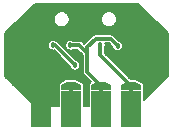
<source format=gbl>
G04 DipTrace 2.4.0.2*
%INcardoid.gbl*%
%MOMM*%
%ADD13C,0.305*%
%ADD14C,0.152*%
%ADD20R,1.7X1.6*%
%ADD22R,1.7X2.032*%
%ADD24C,0.457*%
%FSLAX53Y53*%
G04*
G71*
G90*
G75*
G01*
%LNBottom*%
%LPD*%
X16265Y17100D2*
D13*
X18790D1*
X18793Y17103D1*
X16265Y17100D2*
X14694D1*
X13909Y16315D1*
Y13835D1*
X13751Y13677D1*
X13810Y10000D2*
Y11270D1*
Y12433D1*
X16350Y10000D2*
Y11270D1*
Y12433D1*
X20266Y15838D2*
Y15850D1*
X19683Y16433D1*
X18408D1*
X17683Y15708D1*
Y15251D1*
Y13639D1*
X18890Y12433D1*
X16274Y15908D2*
X17026D1*
X17683Y15251D1*
X18890Y10000D2*
Y11270D1*
Y12433D1*
X18786Y15923D2*
Y15076D1*
X21430Y12433D1*
X14790Y15912D2*
X14944D1*
X16644Y14212D1*
X21430Y10000D2*
Y11270D1*
Y12433D1*
D24*
X16644Y14212D3*
X13751Y13677D3*
X16265Y17100D3*
X14790Y15912D3*
X16274Y15908D3*
X18793Y17103D3*
X18786Y15923D3*
X20266Y15838D3*
X13129Y19275D2*
D14*
X22109D1*
X12981Y19126D2*
X22259D1*
X12831Y18977D2*
X22407D1*
X12681Y18828D2*
X22557D1*
X12534Y18678D2*
X15149D1*
X15910D2*
X19149D1*
X19911D2*
X22707D1*
X12384Y18529D2*
X14982D1*
X16077D2*
X18983D1*
X20078D2*
X22855D1*
X12236Y18380D2*
X14892D1*
X16170D2*
X18890D1*
X20170D2*
X23005D1*
X12086Y18231D2*
X14844D1*
X16218D2*
X18842D1*
X20218D2*
X23152D1*
X11936Y18082D2*
X14830D1*
X16230D2*
X18830D1*
X20230D2*
X23302D1*
X11788Y17933D2*
X14851D1*
X16208D2*
X18852D1*
X20209D2*
X23452D1*
X11638Y17784D2*
X14908D1*
X16153D2*
X18909D1*
X20151D2*
X23600D1*
X11491Y17635D2*
X15013D1*
X16049D2*
X19014D1*
X20047D2*
X23750D1*
X11341Y17486D2*
X15213D1*
X15849D2*
X19214D1*
X19847D2*
X23898D1*
X11191Y17337D2*
X24048D1*
X11043Y17188D2*
X24198D1*
X10893Y17039D2*
X24345D1*
X10751Y16890D2*
X24488D1*
X10751Y16741D2*
X18159D1*
X19932D2*
X24488D1*
X10751Y16592D2*
X18004D1*
X20087D2*
X24488D1*
X10751Y16442D2*
X17854D1*
X20235D2*
X24488D1*
X10751Y16293D2*
X14513D1*
X15067D2*
X16001D1*
X17072D2*
X17706D1*
X20385D2*
X24488D1*
X10751Y16144D2*
X14375D1*
X15275D2*
X15861D1*
X17351D2*
X17556D1*
X20628D2*
X24488D1*
X10751Y15995D2*
X14320D1*
X15422D2*
X15804D1*
X19258D2*
X19559D1*
X20716D2*
X24488D1*
X10751Y15846D2*
X14315D1*
X15572D2*
X15799D1*
X19258D2*
X19707D1*
X20744D2*
X24488D1*
X10751Y15697D2*
X14365D1*
X15722D2*
X15847D1*
X19206D2*
X19809D1*
X20723D2*
X24488D1*
X10751Y15548D2*
X14489D1*
X15870D2*
X15968D1*
X19189D2*
X19890D1*
X20642D2*
X24488D1*
X10751Y15399D2*
X14894D1*
X16020D2*
X16973D1*
X19189D2*
X20104D1*
X20428D2*
X24488D1*
X10751Y15250D2*
X15044D1*
X16168D2*
X17121D1*
X19189D2*
X24488D1*
X10751Y15101D2*
X15194D1*
X16318D2*
X17271D1*
X19323D2*
X24488D1*
X10751Y14952D2*
X15342D1*
X16468D2*
X17280D1*
X19473D2*
X24488D1*
X10751Y14803D2*
X15492D1*
X16615D2*
X17280D1*
X19623D2*
X24488D1*
X10751Y14654D2*
X15639D1*
X16799D2*
X17280D1*
X19770D2*
X24488D1*
X10751Y14505D2*
X15789D1*
X17018D2*
X17280D1*
X19920D2*
X24488D1*
X10751Y14356D2*
X15939D1*
X17099D2*
X17280D1*
X20068D2*
X24488D1*
X10751Y14206D2*
X16087D1*
X17122D2*
X17280D1*
X20218D2*
X24488D1*
X10751Y14057D2*
X16192D1*
X17096D2*
X17280D1*
X20368D2*
X24488D1*
X10751Y13908D2*
X16280D1*
X17008D2*
X17280D1*
X20516D2*
X24488D1*
X10751Y13759D2*
X16532D1*
X16753D2*
X17280D1*
X20666D2*
X24488D1*
X10751Y13610D2*
X17283D1*
X20813D2*
X24488D1*
X10751Y13461D2*
X17325D1*
X20963D2*
X24488D1*
X10751Y13312D2*
X17449D1*
X21113D2*
X24488D1*
X10853Y13163D2*
X17597D1*
X21261D2*
X24388D1*
X11000Y13014D2*
X15913D1*
X16787D2*
X17747D1*
X21866D2*
X24238D1*
X11150Y12865D2*
X15623D1*
X17077D2*
X17894D1*
X22156D2*
X24090D1*
X11300Y12716D2*
X15342D1*
X17358D2*
X17883D1*
X22437D2*
X23940D1*
X11448Y12567D2*
X15254D1*
X17446D2*
X17794D1*
X22526D2*
X23790D1*
X11598Y12418D2*
X15251D1*
X17449D2*
X17790D1*
X22530D2*
X23643D1*
X11746Y12269D2*
X15251D1*
X17449D2*
X17790D1*
X22530D2*
X23493D1*
X11896Y12120D2*
X15251D1*
X17449D2*
X17790D1*
X22530D2*
X23345D1*
X12046Y11970D2*
X15251D1*
X17449D2*
X17790D1*
X22530D2*
X23195D1*
X12193Y11821D2*
X15251D1*
X17449D2*
X17790D1*
X22530D2*
X23045D1*
X12343Y11672D2*
X15251D1*
X17449D2*
X17790D1*
X22530D2*
X22897D1*
X12491Y11523D2*
X15251D1*
X17449D2*
X17790D1*
X22530D2*
X22747D1*
X12641Y11374D2*
X15251D1*
X17449D2*
X17790D1*
X12791Y11225D2*
X15251D1*
X17449D2*
X17790D1*
X12939Y11076D2*
X15251D1*
X17449D2*
X17790D1*
X13089Y10927D2*
X15251D1*
X17449D2*
X17790D1*
X13236Y10778D2*
X15251D1*
X17449D2*
X17790D1*
X16211Y18024D2*
X16198Y17949D1*
X16177Y17876D1*
X16148Y17805D1*
X16112Y17738D1*
X16068Y17676D1*
X16017Y17619D1*
X15961Y17568D1*
X15899Y17523D1*
X15833Y17486D1*
X15763Y17456D1*
X15690Y17434D1*
X15615Y17421D1*
X15539Y17415D1*
X15463Y17419D1*
X15388Y17430D1*
X15314Y17450D1*
X15243Y17478D1*
X15176Y17514D1*
X15113Y17557D1*
X15055Y17607D1*
X15003Y17662D1*
X14958Y17724D1*
X14920Y17789D1*
X14889Y17859D1*
X14866Y17932D1*
X14852Y18007D1*
X14846Y18083D1*
X14848Y18159D1*
X14859Y18234D1*
X14878Y18308D1*
X14905Y18379D1*
X14940Y18447D1*
X14982Y18510D1*
X15031Y18568D1*
X15086Y18621D1*
X15147Y18667D1*
X15212Y18706D1*
X15281Y18738D1*
X15354Y18761D1*
X15428Y18777D1*
X15504Y18784D1*
X15580Y18783D1*
X15656Y18773D1*
X15730Y18755D1*
X15801Y18729D1*
X15869Y18695D1*
X15933Y18653D1*
X15992Y18605D1*
X16046Y18551D1*
X16092Y18491D1*
X16132Y18426D1*
X16165Y18357D1*
X16189Y18285D1*
X16206Y18211D1*
X16215Y18100D1*
X16211Y18024D1*
X20211D2*
X20198Y17949D1*
X20177Y17876D1*
X20148Y17805D1*
X20112Y17738D1*
X20068Y17676D1*
X20017Y17619D1*
X19961Y17568D1*
X19899Y17523D1*
X19833Y17486D1*
X19763Y17456D1*
X19690Y17434D1*
X19615Y17420D1*
X19539Y17415D1*
X19463Y17419D1*
X19388Y17430D1*
X19314Y17450D1*
X19243Y17478D1*
X19176Y17514D1*
X19113Y17557D1*
X19055Y17607D1*
X19003Y17662D1*
X18958Y17724D1*
X18920Y17789D1*
X18889Y17859D1*
X18866Y17932D1*
X18852Y18007D1*
X18846Y18082D1*
X18848Y18159D1*
X18859Y18234D1*
X18878Y18308D1*
X18905Y18379D1*
X18940Y18447D1*
X18982Y18510D1*
X19031Y18568D1*
X19086Y18621D1*
X19147Y18667D1*
X19212Y18706D1*
X19281Y18738D1*
X19354Y18761D1*
X19428Y18777D1*
X19504Y18784D1*
X19580Y18783D1*
X19656Y18773D1*
X19730Y18755D1*
X19801Y18729D1*
X19869Y18695D1*
X19933Y18653D1*
X19992Y18605D1*
X20046Y18551D1*
X20092Y18491D1*
X20132Y18426D1*
X20165Y18357D1*
X20189Y18285D1*
X20206Y18211D1*
X20215Y18100D1*
X20211Y18024D1*
X17101Y14136D2*
X17082Y14063D1*
X17052Y13993D1*
X17010Y13929D1*
X16959Y13873D1*
X16899Y13826D1*
X16833Y13789D1*
X16761Y13764D1*
X16686Y13751D1*
X16610Y13750D1*
X16534Y13762D1*
X16462Y13786D1*
X16395Y13822D1*
X16334Y13868D1*
X16282Y13923D1*
X16239Y13986D1*
X16208Y14055D1*
X16191Y14117D1*
X14856Y15452D1*
X14756Y15450D1*
X14681Y15462D1*
X14608Y15486D1*
X14541Y15521D1*
X14480Y15567D1*
X14428Y15622D1*
X14386Y15686D1*
X14354Y15755D1*
X14334Y15828D1*
X14327Y15904D1*
X14332Y15980D1*
X14349Y16054D1*
X14378Y16124D1*
X14419Y16189D1*
X14469Y16246D1*
X14528Y16294D1*
X14594Y16332D1*
X14666Y16358D1*
X14740Y16372D1*
X14817Y16374D1*
X14892Y16364D1*
X14965Y16341D1*
X15032Y16307D1*
X15073Y16277D1*
X15160Y16233D1*
X15218Y16186D1*
X16739Y14665D1*
X16818Y14642D1*
X16886Y14607D1*
X16948Y14562D1*
X17001Y14508D1*
X17044Y14445D1*
X17077Y14376D1*
X17098Y14303D1*
X17107Y14212D1*
X17101Y14136D1*
X22515Y12000D2*
Y11274D1*
X24505Y13265D1*
X24504Y16509D1*
Y16896D1*
X21975Y19425D1*
X18731Y19424D1*
X13261D1*
X12909Y19069D1*
X10735Y16895D1*
X10736Y13651D1*
Y13264D1*
X13265Y10735D1*
X15264Y10736D1*
X15265Y11455D1*
X15268Y12305D1*
X15265Y12370D1*
Y12530D1*
X15278Y12605D1*
X15313Y12672D1*
X15370Y12725D1*
X15460Y12774D1*
X15918Y13009D1*
X15992Y13032D1*
X16101Y13035D1*
X16675D1*
X16752Y13021D1*
X16850Y12974D1*
X17307Y12739D1*
X17368Y12694D1*
X17412Y12631D1*
X17433Y12556D1*
X17435Y12454D1*
Y10734D1*
X17807Y10736D1*
X17805Y11531D1*
X17808Y12305D1*
X17805Y12370D1*
Y12530D1*
X17818Y12605D1*
X17853Y12672D1*
X17910Y12725D1*
X18003Y12775D1*
X17409Y13366D1*
X17361Y13424D1*
X17325Y13492D1*
X17303Y13564D1*
X17296Y13639D1*
Y15089D1*
X16866Y15521D1*
X16528D1*
X16463Y15485D1*
X16391Y15460D1*
X16316Y15447D1*
X16240Y15446D1*
X16164Y15458D1*
X16092Y15482D1*
X16025Y15517D1*
X15964Y15563D1*
X15912Y15619D1*
X15870Y15682D1*
X15838Y15751D1*
X15818Y15825D1*
X15811Y15900D1*
X15816Y15976D1*
X15833Y16050D1*
X15862Y16121D1*
X15903Y16185D1*
X15953Y16242D1*
X16012Y16290D1*
X16078Y16328D1*
X16150Y16354D1*
X16224Y16369D1*
X16300Y16370D1*
X16376Y16360D1*
X16448Y16337D1*
X16526Y16296D1*
X17026Y16295D1*
X17102Y16288D1*
X17174Y16265D1*
X17241Y16229D1*
X17300Y16182D1*
X17456Y16025D1*
X17571Y16144D1*
X18134Y16707D1*
X18193Y16755D1*
X18260Y16791D1*
X18333Y16813D1*
X18408Y16820D1*
X19683D1*
X19759Y16812D1*
X19832Y16790D1*
X19899Y16754D1*
X19957Y16707D1*
X20376Y16287D1*
X20440Y16268D1*
X20508Y16233D1*
X20570Y16188D1*
X20623Y16134D1*
X20666Y16071D1*
X20699Y16003D1*
X20720Y15929D1*
X20729Y15838D1*
X20723Y15763D1*
X20704Y15689D1*
X20674Y15619D1*
X20632Y15555D1*
X20581Y15499D1*
X20521Y15452D1*
X20454Y15415D1*
X20383Y15390D1*
X20308Y15377D1*
X20232Y15376D1*
X20156Y15388D1*
X20084Y15412D1*
X20017Y15448D1*
X19956Y15494D1*
X19904Y15549D1*
X19861Y15612D1*
X19830Y15682D1*
X19810Y15757D1*
X19522Y16046D1*
X19233D1*
X19249Y15939D1*
X19243Y15848D1*
X19225Y15774D1*
X19194Y15704D1*
X19172Y15670D1*
X19173Y15235D1*
X21375Y13035D1*
X21755D1*
X21832Y13021D1*
X21930Y12974D1*
X22387Y12739D1*
X22448Y12694D1*
X22492Y12631D1*
X22513Y12556D1*
X22515Y12454D1*
Y12000D1*
D20*
X21430Y11270D3*
X18890D3*
X16350D3*
X13810D3*
G36*
X19740Y12530D2*
Y12065D1*
X18040D1*
Y12530D1*
X18565Y12800D1*
X19215D1*
X19740Y12530D1*
G37*
G36*
X22280D2*
Y12065D1*
X20580D1*
Y12530D1*
X21105Y12800D1*
X21755D1*
X22280Y12530D1*
G37*
G36*
X14660D2*
Y12065D1*
X12960D1*
Y12530D1*
X13485Y12800D1*
X14135D1*
X14660Y12530D1*
G37*
G36*
X17200D2*
Y12065D1*
X15500D1*
Y12530D1*
X16025Y12800D1*
X16675D1*
X17200Y12530D1*
G37*
D22*
X13810Y10000D3*
X16350D3*
X18890D3*
X21430D3*
M02*

</source>
